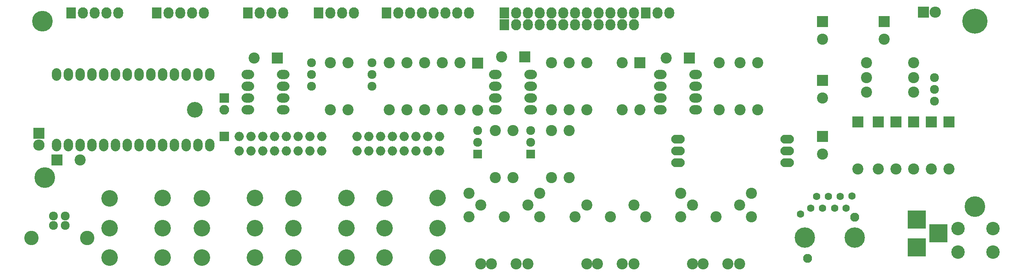
<source format=gts>
G04 #@! TF.FileFunction,Soldermask,Top*
%FSLAX46Y46*%
G04 Gerber Fmt 4.6, Leading zero omitted, Abs format (unit mm)*
G04 Created by KiCad (PCBNEW 4.0.2-stable) date woensdag 06 september 2017 16:50:35*
%MOMM*%
G01*
G04 APERTURE LIST*
%ADD10C,0.100000*%
%ADD11R,3.900120X3.900120*%
%ADD12R,2.127200X2.432000*%
%ADD13O,2.127200X2.432000*%
%ADD14C,1.924000*%
%ADD15C,3.100020*%
%ADD16C,2.398980*%
%ADD17O,2.700000X2.000000*%
%ADD18C,3.575000*%
%ADD19C,4.464000*%
%ADD20C,5.400000*%
%ADD21O,2.899360X1.901140*%
%ADD22C,2.900000*%
%ADD23C,2.400000*%
%ADD24R,2.432000X2.432000*%
%ADD25O,2.432000X2.432000*%
%ADD26O,2.000000X2.000000*%
%ADD27O,2.000000X2.700000*%
%ADD28C,3.400000*%
%ADD29C,1.600000*%
%ADD30C,1.949400*%
%ADD31C,4.400000*%
%ADD32R,2.400000X2.400000*%
%ADD33R,2.100000X2.100000*%
%ADD34O,2.100000X2.100000*%
%ADD35C,1.920000*%
%ADD36R,1.920000X1.920000*%
G04 APERTURE END LIST*
D10*
D11*
X220990000Y-127784860D03*
X220990000Y-133784340D03*
X225689000Y-130784600D03*
D12*
X76835000Y-83185000D03*
D13*
X79375000Y-83185000D03*
X81915000Y-83185000D03*
X84455000Y-83185000D03*
D12*
X38735000Y-83185000D03*
D13*
X41275000Y-83185000D03*
X43815000Y-83185000D03*
X46355000Y-83185000D03*
X48895000Y-83185000D03*
D12*
X57150000Y-83185000D03*
D13*
X59690000Y-83185000D03*
X62230000Y-83185000D03*
X64770000Y-83185000D03*
X67310000Y-83185000D03*
D12*
X106680000Y-83185000D03*
D13*
X109220000Y-83185000D03*
X111760000Y-83185000D03*
X114300000Y-83185000D03*
X116840000Y-83185000D03*
X119380000Y-83185000D03*
X121920000Y-83185000D03*
X124460000Y-83185000D03*
D14*
X34925000Y-127061000D03*
X37465000Y-127061000D03*
X37465000Y-129059980D03*
X34925000Y-129059980D03*
D15*
X30195520Y-131760000D03*
X42194480Y-131760000D03*
D16*
X149870000Y-93980000D03*
X149870000Y-104140000D03*
X210195000Y-93980000D03*
X220355000Y-93980000D03*
X210185000Y-100330000D03*
X220345000Y-100330000D03*
X122555000Y-93980000D03*
X122555000Y-104140000D03*
X157490000Y-93980000D03*
X157490000Y-104140000D03*
X182890000Y-93980000D03*
X182890000Y-104140000D03*
X146060000Y-93980000D03*
X146060000Y-104140000D03*
X186700000Y-93980000D03*
X186700000Y-104140000D03*
X142240000Y-93980000D03*
X142240000Y-104140000D03*
X178445000Y-93980000D03*
X178445000Y-104140000D03*
X107315000Y-93980000D03*
X107315000Y-104140000D03*
X94615000Y-93980000D03*
X94615000Y-104140000D03*
X111125000Y-104140000D03*
X111125000Y-93980000D03*
X98425000Y-104140000D03*
X98425000Y-93980000D03*
X114935000Y-93980000D03*
X114935000Y-104140000D03*
D17*
X130175000Y-96520000D03*
X130175000Y-99060000D03*
X130175000Y-101600000D03*
X130175000Y-104140000D03*
X137795000Y-104140000D03*
X137795000Y-101600000D03*
X137795000Y-99060000D03*
X137795000Y-96520000D03*
X165735000Y-96520000D03*
X165735000Y-99060000D03*
X165735000Y-101600000D03*
X165735000Y-104140000D03*
X173355000Y-104140000D03*
X173355000Y-101600000D03*
X173355000Y-99060000D03*
X173355000Y-96520000D03*
X76835000Y-96520000D03*
X76835000Y-99060000D03*
X76835000Y-101600000D03*
X76835000Y-104140000D03*
X84455000Y-104140000D03*
X84455000Y-101600000D03*
X84455000Y-99060000D03*
X84455000Y-96520000D03*
D18*
X117740000Y-123190000D03*
X117740000Y-136048800D03*
X106310000Y-136048900D03*
X106310000Y-123190100D03*
X117740000Y-129690000D03*
X106310000Y-129690100D03*
X98055000Y-123190000D03*
X98055000Y-136048800D03*
X86625000Y-136048900D03*
X86625000Y-123190100D03*
X98055000Y-129690000D03*
X86625000Y-129690100D03*
X78370000Y-123190000D03*
X78370000Y-136048800D03*
X66940000Y-136048900D03*
X66940000Y-123190100D03*
X78370000Y-129690000D03*
X66940000Y-129690100D03*
X58420000Y-123190000D03*
X58420000Y-136048800D03*
X46990000Y-136048900D03*
X46990000Y-123190100D03*
X58420000Y-129690000D03*
X46990000Y-129690100D03*
D19*
X32500000Y-85000000D03*
X233490000Y-125000000D03*
D20*
X233490000Y-85000000D03*
D19*
X33020000Y-118745000D03*
D21*
X193050000Y-113030000D03*
X193050000Y-115570000D03*
X193050000Y-110490000D03*
X169555000Y-113030000D03*
X169555000Y-115570000D03*
X169555000Y-110490000D03*
D14*
X224790000Y-99695000D03*
X224790000Y-102235000D03*
X224790000Y-97155000D03*
X103570000Y-96520000D03*
X103570000Y-93980000D03*
X103570000Y-99060000D03*
X90570000Y-96520000D03*
X90570000Y-93980000D03*
X90570000Y-99060000D03*
D12*
X132080000Y-83185000D03*
D13*
X134620000Y-83185000D03*
X137160000Y-83185000D03*
X139700000Y-83185000D03*
X142240000Y-83185000D03*
X144780000Y-83185000D03*
X147320000Y-83185000D03*
X149860000Y-83185000D03*
X152400000Y-83185000D03*
X154940000Y-83185000D03*
X157480000Y-83185000D03*
X160020000Y-83185000D03*
D12*
X132080000Y-85725000D03*
D13*
X134620000Y-85725000D03*
X137160000Y-85725000D03*
X139700000Y-85725000D03*
X142240000Y-85725000D03*
X144780000Y-85725000D03*
X147320000Y-85725000D03*
X149860000Y-85725000D03*
X152400000Y-85725000D03*
X154940000Y-85725000D03*
X157480000Y-85725000D03*
X160020000Y-85725000D03*
D12*
X162560000Y-83185000D03*
D13*
X165100000Y-83185000D03*
X167640000Y-83185000D03*
D22*
X229920000Y-134790000D03*
X229920000Y-129790000D03*
X237420000Y-134790000D03*
X237420000Y-129790000D03*
D23*
X160030000Y-137370000D03*
X149870000Y-137370000D03*
X147330000Y-127210000D03*
X149870000Y-124670000D03*
X154950000Y-127210000D03*
X160030000Y-124670000D03*
X162570000Y-127210000D03*
X157490000Y-137370000D03*
X152156000Y-137370000D03*
X170151900Y-122135900D03*
X185391900Y-122135900D03*
X170151900Y-127215900D03*
X172691900Y-124675900D03*
X177771900Y-127215900D03*
X182851900Y-124675900D03*
X185391900Y-127215900D03*
X180311900Y-137375900D03*
X174977900Y-137375900D03*
X182851900Y-137375900D03*
X172691900Y-137375900D03*
X124470000Y-122130000D03*
X139710000Y-122130000D03*
X124470000Y-127210000D03*
X127010000Y-124670000D03*
X132090000Y-127210000D03*
X137170000Y-124670000D03*
X139710000Y-127210000D03*
X134630000Y-137370000D03*
X129296000Y-137370000D03*
X137170000Y-137370000D03*
X127010000Y-137370000D03*
D24*
X222460000Y-83000000D03*
D25*
X225000000Y-83000000D03*
D12*
X92075000Y-83185000D03*
D13*
X94615000Y-83185000D03*
X97155000Y-83185000D03*
X99695000Y-83185000D03*
D26*
X74940000Y-113030000D03*
X77480000Y-113030000D03*
X100340000Y-113030000D03*
X102880000Y-113030000D03*
X80020000Y-113030000D03*
X82560000Y-113030000D03*
X105420000Y-113030000D03*
X107960000Y-113030000D03*
X85100000Y-113030000D03*
X87640000Y-113030000D03*
X110500000Y-113030000D03*
X113040000Y-113030000D03*
X90180000Y-113030000D03*
X92720000Y-113030000D03*
X115580000Y-113030000D03*
X118120000Y-113030000D03*
X74940000Y-109855000D03*
X77480000Y-109855000D03*
X100340000Y-109855000D03*
X102880000Y-109855000D03*
X80020000Y-109855000D03*
X82560000Y-109855000D03*
X105420000Y-109855000D03*
X107960000Y-109855000D03*
X85100000Y-109855000D03*
X87640000Y-109855000D03*
X110500000Y-109855000D03*
X113040000Y-109855000D03*
X90180000Y-109855000D03*
X92720000Y-109855000D03*
X115580000Y-109855000D03*
X118120000Y-109855000D03*
D16*
X118745000Y-93980000D03*
X118745000Y-104140000D03*
D27*
X43180000Y-96520000D03*
X40640000Y-96520000D03*
X38100000Y-96520000D03*
X35560000Y-96520000D03*
X45720000Y-96520000D03*
X48260000Y-96520000D03*
X50800000Y-96520000D03*
X53340000Y-96520000D03*
X55880000Y-96520000D03*
X58420000Y-96520000D03*
X60960000Y-96520000D03*
X63500000Y-96520000D03*
X66040000Y-96520000D03*
X68580000Y-96520000D03*
X68580000Y-111760000D03*
X66040000Y-111760000D03*
X63500000Y-111760000D03*
X60960000Y-111760000D03*
X58420000Y-111760000D03*
X55880000Y-111760000D03*
X53340000Y-111760000D03*
X50800000Y-111760000D03*
X48260000Y-111760000D03*
X45720000Y-111760000D03*
X43180000Y-111760000D03*
X40640000Y-111760000D03*
X38100000Y-111760000D03*
X35560000Y-111760000D03*
D28*
X65405000Y-104140000D03*
D24*
X31760000Y-109220000D03*
D25*
X31760000Y-111760000D03*
D29*
X198130000Y-125374400D03*
X199400000Y-122834400D03*
X200670000Y-125374400D03*
X201940000Y-122834400D03*
X203337000Y-125374400D03*
X204480000Y-122834400D03*
X205750000Y-125374400D03*
X207020000Y-122707400D03*
X195971000Y-126644400D03*
D30*
X197495000Y-136169400D03*
X207655000Y-127279400D03*
D31*
X196860000Y-131724400D03*
X207655000Y-131724400D03*
D32*
X200670000Y-85090000D03*
D23*
X200670000Y-88890000D03*
D32*
X200660000Y-97790000D03*
D23*
X200660000Y-101590000D03*
D32*
X200660000Y-109855000D03*
D23*
X200660000Y-113655000D03*
X208292540Y-116840520D03*
D32*
X208292540Y-106680520D03*
D23*
X220357540Y-116840520D03*
D32*
X220357540Y-106680520D03*
D23*
X224167540Y-116840520D03*
D32*
X224167540Y-106680520D03*
D23*
X227977540Y-116840520D03*
D32*
X227977540Y-106680520D03*
D23*
X126367540Y-104140520D03*
D32*
X126367540Y-93980520D03*
D23*
X161300000Y-104140000D03*
D32*
X161300000Y-93980000D03*
X35650000Y-114935000D03*
D23*
X40650000Y-114935000D03*
D32*
X83185000Y-92920000D03*
D23*
X78185000Y-92920000D03*
D32*
X136535000Y-92710000D03*
D23*
X131535000Y-92710000D03*
D32*
X172005000Y-92920000D03*
D23*
X167005000Y-92920000D03*
D33*
X71765000Y-109855000D03*
D32*
X214005000Y-85090000D03*
D23*
X214005000Y-88890000D03*
D33*
X71765000Y-101600000D03*
D34*
X71765000Y-104140000D03*
D35*
X126375000Y-111125000D03*
X126375000Y-108585000D03*
D36*
X126375000Y-113665000D03*
D35*
X137805000Y-111125000D03*
X137805000Y-108585000D03*
D36*
X137805000Y-113665000D03*
D23*
X212737540Y-116840520D03*
D32*
X212737540Y-106680520D03*
D23*
X216547540Y-116840520D03*
D32*
X216547540Y-106680520D03*
D16*
X210195000Y-97155000D03*
X220355000Y-97155000D03*
X130185000Y-108585000D03*
X130185000Y-118745000D03*
X142250000Y-108585000D03*
X142250000Y-118745000D03*
X133995000Y-118745000D03*
X133995000Y-108585000D03*
X146060000Y-118745000D03*
X146060000Y-108585000D03*
M02*

</source>
